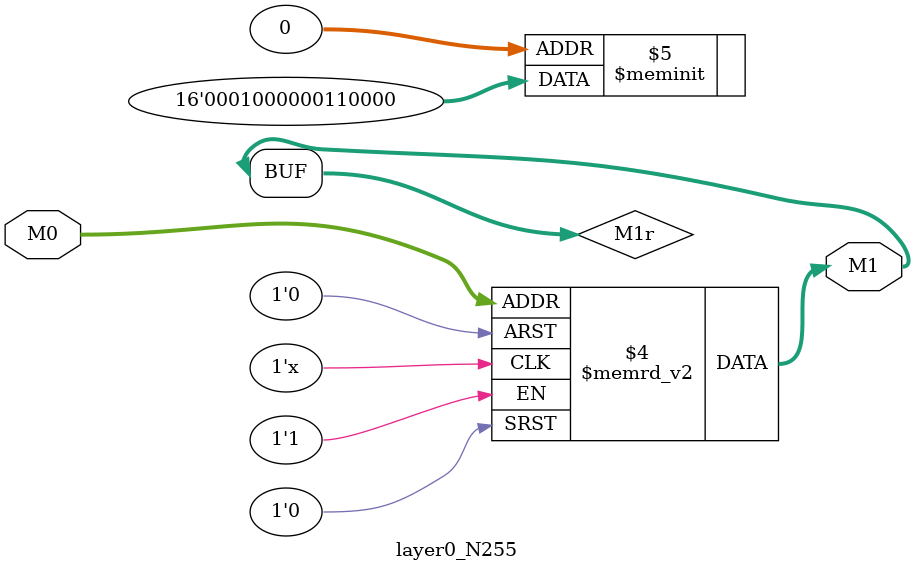
<source format=v>
module layer0_N255 ( input [2:0] M0, output [1:0] M1 );

	(*rom_style = "distributed" *) reg [1:0] M1r;
	assign M1 = M1r;
	always @ (M0) begin
		case (M0)
			3'b000: M1r = 2'b00;
			3'b100: M1r = 2'b00;
			3'b010: M1r = 2'b11;
			3'b110: M1r = 2'b01;
			3'b001: M1r = 2'b00;
			3'b101: M1r = 2'b00;
			3'b011: M1r = 2'b00;
			3'b111: M1r = 2'b00;

		endcase
	end
endmodule

</source>
